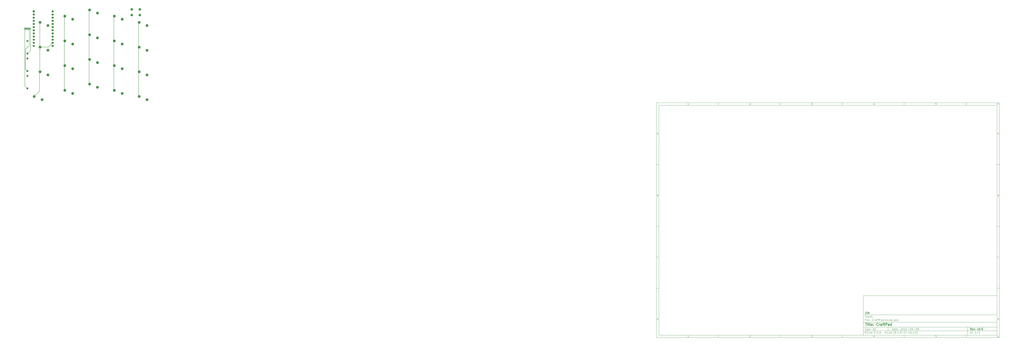
<source format=gbr>
%TF.GenerationSoftware,KiCad,Pcbnew,(5.1.9-0-10_14)*%
%TF.CreationDate,2021-04-06T08:54:49+08:00*%
%TF.ProjectId,CraftPad,43726166-7450-4616-942e-6b696361645f,v0.5*%
%TF.SameCoordinates,Original*%
%TF.FileFunction,Copper,L2,Bot*%
%TF.FilePolarity,Positive*%
%FSLAX46Y46*%
G04 Gerber Fmt 4.6, Leading zero omitted, Abs format (unit mm)*
G04 Created by KiCad (PCBNEW (5.1.9-0-10_14)) date 2021-04-06 08:54:49*
%MOMM*%
%LPD*%
G01*
G04 APERTURE LIST*
%ADD10C,0.100000*%
%ADD11C,0.150000*%
%ADD12C,0.300000*%
%ADD13C,0.400000*%
%TA.AperFunction,ComponentPad*%
%ADD14O,1.600000X1.600000*%
%TD*%
%TA.AperFunction,ComponentPad*%
%ADD15C,1.600000*%
%TD*%
%TA.AperFunction,ComponentPad*%
%ADD16O,1.070000X1.800000*%
%TD*%
%TA.AperFunction,ComponentPad*%
%ADD17R,1.070000X1.800000*%
%TD*%
%TA.AperFunction,ComponentPad*%
%ADD18C,2.000000*%
%TD*%
%TA.AperFunction,ComponentPad*%
%ADD19C,2.200000*%
%TD*%
%TA.AperFunction,ComponentPad*%
%ADD20C,1.752600*%
%TD*%
%TA.AperFunction,ComponentPad*%
%ADD21R,1.752600X1.752600*%
%TD*%
%TA.AperFunction,Conductor*%
%ADD22C,0.250000*%
%TD*%
G04 APERTURE END LIST*
D10*
D11*
X177002200Y-166007200D02*
X177002200Y-198007200D01*
X285002200Y-198007200D01*
X285002200Y-166007200D01*
X177002200Y-166007200D01*
D10*
D11*
X10000000Y-10000000D02*
X10000000Y-200007200D01*
X287002200Y-200007200D01*
X287002200Y-10000000D01*
X10000000Y-10000000D01*
D10*
D11*
X12000000Y-12000000D02*
X12000000Y-198007200D01*
X285002200Y-198007200D01*
X285002200Y-12000000D01*
X12000000Y-12000000D01*
D10*
D11*
X60000000Y-12000000D02*
X60000000Y-10000000D01*
D10*
D11*
X110000000Y-12000000D02*
X110000000Y-10000000D01*
D10*
D11*
X160000000Y-12000000D02*
X160000000Y-10000000D01*
D10*
D11*
X210000000Y-12000000D02*
X210000000Y-10000000D01*
D10*
D11*
X260000000Y-12000000D02*
X260000000Y-10000000D01*
D10*
D11*
X36065476Y-11588095D02*
X35322619Y-11588095D01*
X35694047Y-11588095D02*
X35694047Y-10288095D01*
X35570238Y-10473809D01*
X35446428Y-10597619D01*
X35322619Y-10659523D01*
D10*
D11*
X85322619Y-10411904D02*
X85384523Y-10350000D01*
X85508333Y-10288095D01*
X85817857Y-10288095D01*
X85941666Y-10350000D01*
X86003571Y-10411904D01*
X86065476Y-10535714D01*
X86065476Y-10659523D01*
X86003571Y-10845238D01*
X85260714Y-11588095D01*
X86065476Y-11588095D01*
D10*
D11*
X135260714Y-10288095D02*
X136065476Y-10288095D01*
X135632142Y-10783333D01*
X135817857Y-10783333D01*
X135941666Y-10845238D01*
X136003571Y-10907142D01*
X136065476Y-11030952D01*
X136065476Y-11340476D01*
X136003571Y-11464285D01*
X135941666Y-11526190D01*
X135817857Y-11588095D01*
X135446428Y-11588095D01*
X135322619Y-11526190D01*
X135260714Y-11464285D01*
D10*
D11*
X185941666Y-10721428D02*
X185941666Y-11588095D01*
X185632142Y-10226190D02*
X185322619Y-11154761D01*
X186127380Y-11154761D01*
D10*
D11*
X236003571Y-10288095D02*
X235384523Y-10288095D01*
X235322619Y-10907142D01*
X235384523Y-10845238D01*
X235508333Y-10783333D01*
X235817857Y-10783333D01*
X235941666Y-10845238D01*
X236003571Y-10907142D01*
X236065476Y-11030952D01*
X236065476Y-11340476D01*
X236003571Y-11464285D01*
X235941666Y-11526190D01*
X235817857Y-11588095D01*
X235508333Y-11588095D01*
X235384523Y-11526190D01*
X235322619Y-11464285D01*
D10*
D11*
X285941666Y-10288095D02*
X285694047Y-10288095D01*
X285570238Y-10350000D01*
X285508333Y-10411904D01*
X285384523Y-10597619D01*
X285322619Y-10845238D01*
X285322619Y-11340476D01*
X285384523Y-11464285D01*
X285446428Y-11526190D01*
X285570238Y-11588095D01*
X285817857Y-11588095D01*
X285941666Y-11526190D01*
X286003571Y-11464285D01*
X286065476Y-11340476D01*
X286065476Y-11030952D01*
X286003571Y-10907142D01*
X285941666Y-10845238D01*
X285817857Y-10783333D01*
X285570238Y-10783333D01*
X285446428Y-10845238D01*
X285384523Y-10907142D01*
X285322619Y-11030952D01*
D10*
D11*
X60000000Y-198007200D02*
X60000000Y-200007200D01*
D10*
D11*
X110000000Y-198007200D02*
X110000000Y-200007200D01*
D10*
D11*
X160000000Y-198007200D02*
X160000000Y-200007200D01*
D10*
D11*
X210000000Y-198007200D02*
X210000000Y-200007200D01*
D10*
D11*
X260000000Y-198007200D02*
X260000000Y-200007200D01*
D10*
D11*
X36065476Y-199595295D02*
X35322619Y-199595295D01*
X35694047Y-199595295D02*
X35694047Y-198295295D01*
X35570238Y-198481009D01*
X35446428Y-198604819D01*
X35322619Y-198666723D01*
D10*
D11*
X85322619Y-198419104D02*
X85384523Y-198357200D01*
X85508333Y-198295295D01*
X85817857Y-198295295D01*
X85941666Y-198357200D01*
X86003571Y-198419104D01*
X86065476Y-198542914D01*
X86065476Y-198666723D01*
X86003571Y-198852438D01*
X85260714Y-199595295D01*
X86065476Y-199595295D01*
D10*
D11*
X135260714Y-198295295D02*
X136065476Y-198295295D01*
X135632142Y-198790533D01*
X135817857Y-198790533D01*
X135941666Y-198852438D01*
X136003571Y-198914342D01*
X136065476Y-199038152D01*
X136065476Y-199347676D01*
X136003571Y-199471485D01*
X135941666Y-199533390D01*
X135817857Y-199595295D01*
X135446428Y-199595295D01*
X135322619Y-199533390D01*
X135260714Y-199471485D01*
D10*
D11*
X185941666Y-198728628D02*
X185941666Y-199595295D01*
X185632142Y-198233390D02*
X185322619Y-199161961D01*
X186127380Y-199161961D01*
D10*
D11*
X236003571Y-198295295D02*
X235384523Y-198295295D01*
X235322619Y-198914342D01*
X235384523Y-198852438D01*
X235508333Y-198790533D01*
X235817857Y-198790533D01*
X235941666Y-198852438D01*
X236003571Y-198914342D01*
X236065476Y-199038152D01*
X236065476Y-199347676D01*
X236003571Y-199471485D01*
X235941666Y-199533390D01*
X235817857Y-199595295D01*
X235508333Y-199595295D01*
X235384523Y-199533390D01*
X235322619Y-199471485D01*
D10*
D11*
X285941666Y-198295295D02*
X285694047Y-198295295D01*
X285570238Y-198357200D01*
X285508333Y-198419104D01*
X285384523Y-198604819D01*
X285322619Y-198852438D01*
X285322619Y-199347676D01*
X285384523Y-199471485D01*
X285446428Y-199533390D01*
X285570238Y-199595295D01*
X285817857Y-199595295D01*
X285941666Y-199533390D01*
X286003571Y-199471485D01*
X286065476Y-199347676D01*
X286065476Y-199038152D01*
X286003571Y-198914342D01*
X285941666Y-198852438D01*
X285817857Y-198790533D01*
X285570238Y-198790533D01*
X285446428Y-198852438D01*
X285384523Y-198914342D01*
X285322619Y-199038152D01*
D10*
D11*
X10000000Y-60000000D02*
X12000000Y-60000000D01*
D10*
D11*
X10000000Y-110000000D02*
X12000000Y-110000000D01*
D10*
D11*
X10000000Y-160000000D02*
X12000000Y-160000000D01*
D10*
D11*
X10690476Y-35216666D02*
X11309523Y-35216666D01*
X10566666Y-35588095D02*
X11000000Y-34288095D01*
X11433333Y-35588095D01*
D10*
D11*
X11092857Y-84907142D02*
X11278571Y-84969047D01*
X11340476Y-85030952D01*
X11402380Y-85154761D01*
X11402380Y-85340476D01*
X11340476Y-85464285D01*
X11278571Y-85526190D01*
X11154761Y-85588095D01*
X10659523Y-85588095D01*
X10659523Y-84288095D01*
X11092857Y-84288095D01*
X11216666Y-84350000D01*
X11278571Y-84411904D01*
X11340476Y-84535714D01*
X11340476Y-84659523D01*
X11278571Y-84783333D01*
X11216666Y-84845238D01*
X11092857Y-84907142D01*
X10659523Y-84907142D01*
D10*
D11*
X11402380Y-135464285D02*
X11340476Y-135526190D01*
X11154761Y-135588095D01*
X11030952Y-135588095D01*
X10845238Y-135526190D01*
X10721428Y-135402380D01*
X10659523Y-135278571D01*
X10597619Y-135030952D01*
X10597619Y-134845238D01*
X10659523Y-134597619D01*
X10721428Y-134473809D01*
X10845238Y-134350000D01*
X11030952Y-134288095D01*
X11154761Y-134288095D01*
X11340476Y-134350000D01*
X11402380Y-134411904D01*
D10*
D11*
X10659523Y-185588095D02*
X10659523Y-184288095D01*
X10969047Y-184288095D01*
X11154761Y-184350000D01*
X11278571Y-184473809D01*
X11340476Y-184597619D01*
X11402380Y-184845238D01*
X11402380Y-185030952D01*
X11340476Y-185278571D01*
X11278571Y-185402380D01*
X11154761Y-185526190D01*
X10969047Y-185588095D01*
X10659523Y-185588095D01*
D10*
D11*
X287002200Y-60000000D02*
X285002200Y-60000000D01*
D10*
D11*
X287002200Y-110000000D02*
X285002200Y-110000000D01*
D10*
D11*
X287002200Y-160000000D02*
X285002200Y-160000000D01*
D10*
D11*
X285692676Y-35216666D02*
X286311723Y-35216666D01*
X285568866Y-35588095D02*
X286002200Y-34288095D01*
X286435533Y-35588095D01*
D10*
D11*
X286095057Y-84907142D02*
X286280771Y-84969047D01*
X286342676Y-85030952D01*
X286404580Y-85154761D01*
X286404580Y-85340476D01*
X286342676Y-85464285D01*
X286280771Y-85526190D01*
X286156961Y-85588095D01*
X285661723Y-85588095D01*
X285661723Y-84288095D01*
X286095057Y-84288095D01*
X286218866Y-84350000D01*
X286280771Y-84411904D01*
X286342676Y-84535714D01*
X286342676Y-84659523D01*
X286280771Y-84783333D01*
X286218866Y-84845238D01*
X286095057Y-84907142D01*
X285661723Y-84907142D01*
D10*
D11*
X286404580Y-135464285D02*
X286342676Y-135526190D01*
X286156961Y-135588095D01*
X286033152Y-135588095D01*
X285847438Y-135526190D01*
X285723628Y-135402380D01*
X285661723Y-135278571D01*
X285599819Y-135030952D01*
X285599819Y-134845238D01*
X285661723Y-134597619D01*
X285723628Y-134473809D01*
X285847438Y-134350000D01*
X286033152Y-134288095D01*
X286156961Y-134288095D01*
X286342676Y-134350000D01*
X286404580Y-134411904D01*
D10*
D11*
X285661723Y-185588095D02*
X285661723Y-184288095D01*
X285971247Y-184288095D01*
X286156961Y-184350000D01*
X286280771Y-184473809D01*
X286342676Y-184597619D01*
X286404580Y-184845238D01*
X286404580Y-185030952D01*
X286342676Y-185278571D01*
X286280771Y-185402380D01*
X286156961Y-185526190D01*
X285971247Y-185588095D01*
X285661723Y-185588095D01*
D10*
D11*
X200434342Y-193785771D02*
X200434342Y-192285771D01*
X200791485Y-192285771D01*
X201005771Y-192357200D01*
X201148628Y-192500057D01*
X201220057Y-192642914D01*
X201291485Y-192928628D01*
X201291485Y-193142914D01*
X201220057Y-193428628D01*
X201148628Y-193571485D01*
X201005771Y-193714342D01*
X200791485Y-193785771D01*
X200434342Y-193785771D01*
X202577200Y-193785771D02*
X202577200Y-193000057D01*
X202505771Y-192857200D01*
X202362914Y-192785771D01*
X202077200Y-192785771D01*
X201934342Y-192857200D01*
X202577200Y-193714342D02*
X202434342Y-193785771D01*
X202077200Y-193785771D01*
X201934342Y-193714342D01*
X201862914Y-193571485D01*
X201862914Y-193428628D01*
X201934342Y-193285771D01*
X202077200Y-193214342D01*
X202434342Y-193214342D01*
X202577200Y-193142914D01*
X203077200Y-192785771D02*
X203648628Y-192785771D01*
X203291485Y-192285771D02*
X203291485Y-193571485D01*
X203362914Y-193714342D01*
X203505771Y-193785771D01*
X203648628Y-193785771D01*
X204720057Y-193714342D02*
X204577200Y-193785771D01*
X204291485Y-193785771D01*
X204148628Y-193714342D01*
X204077200Y-193571485D01*
X204077200Y-193000057D01*
X204148628Y-192857200D01*
X204291485Y-192785771D01*
X204577200Y-192785771D01*
X204720057Y-192857200D01*
X204791485Y-193000057D01*
X204791485Y-193142914D01*
X204077200Y-193285771D01*
X205434342Y-193642914D02*
X205505771Y-193714342D01*
X205434342Y-193785771D01*
X205362914Y-193714342D01*
X205434342Y-193642914D01*
X205434342Y-193785771D01*
X205434342Y-192857200D02*
X205505771Y-192928628D01*
X205434342Y-193000057D01*
X205362914Y-192928628D01*
X205434342Y-192857200D01*
X205434342Y-193000057D01*
X207220057Y-192428628D02*
X207291485Y-192357200D01*
X207434342Y-192285771D01*
X207791485Y-192285771D01*
X207934342Y-192357200D01*
X208005771Y-192428628D01*
X208077200Y-192571485D01*
X208077200Y-192714342D01*
X208005771Y-192928628D01*
X207148628Y-193785771D01*
X208077200Y-193785771D01*
X209005771Y-192285771D02*
X209148628Y-192285771D01*
X209291485Y-192357200D01*
X209362914Y-192428628D01*
X209434342Y-192571485D01*
X209505771Y-192857200D01*
X209505771Y-193214342D01*
X209434342Y-193500057D01*
X209362914Y-193642914D01*
X209291485Y-193714342D01*
X209148628Y-193785771D01*
X209005771Y-193785771D01*
X208862914Y-193714342D01*
X208791485Y-193642914D01*
X208720057Y-193500057D01*
X208648628Y-193214342D01*
X208648628Y-192857200D01*
X208720057Y-192571485D01*
X208791485Y-192428628D01*
X208862914Y-192357200D01*
X209005771Y-192285771D01*
X210077200Y-192428628D02*
X210148628Y-192357200D01*
X210291485Y-192285771D01*
X210648628Y-192285771D01*
X210791485Y-192357200D01*
X210862914Y-192428628D01*
X210934342Y-192571485D01*
X210934342Y-192714342D01*
X210862914Y-192928628D01*
X210005771Y-193785771D01*
X210934342Y-193785771D01*
X212362914Y-193785771D02*
X211505771Y-193785771D01*
X211934342Y-193785771D02*
X211934342Y-192285771D01*
X211791485Y-192500057D01*
X211648628Y-192642914D01*
X211505771Y-192714342D01*
X213005771Y-193214342D02*
X214148628Y-193214342D01*
X215148628Y-192285771D02*
X215291485Y-192285771D01*
X215434342Y-192357200D01*
X215505771Y-192428628D01*
X215577200Y-192571485D01*
X215648628Y-192857200D01*
X215648628Y-193214342D01*
X215577200Y-193500057D01*
X215505771Y-193642914D01*
X215434342Y-193714342D01*
X215291485Y-193785771D01*
X215148628Y-193785771D01*
X215005771Y-193714342D01*
X214934342Y-193642914D01*
X214862914Y-193500057D01*
X214791485Y-193214342D01*
X214791485Y-192857200D01*
X214862914Y-192571485D01*
X214934342Y-192428628D01*
X215005771Y-192357200D01*
X215148628Y-192285771D01*
X216934342Y-192785771D02*
X216934342Y-193785771D01*
X216577200Y-192214342D02*
X216220057Y-193285771D01*
X217148628Y-193285771D01*
X217720057Y-193214342D02*
X218862914Y-193214342D01*
X219862914Y-192285771D02*
X220005771Y-192285771D01*
X220148628Y-192357200D01*
X220220057Y-192428628D01*
X220291485Y-192571485D01*
X220362914Y-192857200D01*
X220362914Y-193214342D01*
X220291485Y-193500057D01*
X220220057Y-193642914D01*
X220148628Y-193714342D01*
X220005771Y-193785771D01*
X219862914Y-193785771D01*
X219720057Y-193714342D01*
X219648628Y-193642914D01*
X219577200Y-193500057D01*
X219505771Y-193214342D01*
X219505771Y-192857200D01*
X219577200Y-192571485D01*
X219648628Y-192428628D01*
X219720057Y-192357200D01*
X219862914Y-192285771D01*
X221648628Y-192285771D02*
X221362914Y-192285771D01*
X221220057Y-192357200D01*
X221148628Y-192428628D01*
X221005771Y-192642914D01*
X220934342Y-192928628D01*
X220934342Y-193500057D01*
X221005771Y-193642914D01*
X221077200Y-193714342D01*
X221220057Y-193785771D01*
X221505771Y-193785771D01*
X221648628Y-193714342D01*
X221720057Y-193642914D01*
X221791485Y-193500057D01*
X221791485Y-193142914D01*
X221720057Y-193000057D01*
X221648628Y-192928628D01*
X221505771Y-192857200D01*
X221220057Y-192857200D01*
X221077200Y-192928628D01*
X221005771Y-193000057D01*
X220934342Y-193142914D01*
D10*
D11*
X177002200Y-194507200D02*
X285002200Y-194507200D01*
D10*
D11*
X178434342Y-196585771D02*
X178434342Y-195085771D01*
X179291485Y-196585771D02*
X178648628Y-195728628D01*
X179291485Y-195085771D02*
X178434342Y-195942914D01*
X179934342Y-196585771D02*
X179934342Y-195585771D01*
X179934342Y-195085771D02*
X179862914Y-195157200D01*
X179934342Y-195228628D01*
X180005771Y-195157200D01*
X179934342Y-195085771D01*
X179934342Y-195228628D01*
X181505771Y-196442914D02*
X181434342Y-196514342D01*
X181220057Y-196585771D01*
X181077200Y-196585771D01*
X180862914Y-196514342D01*
X180720057Y-196371485D01*
X180648628Y-196228628D01*
X180577200Y-195942914D01*
X180577200Y-195728628D01*
X180648628Y-195442914D01*
X180720057Y-195300057D01*
X180862914Y-195157200D01*
X181077200Y-195085771D01*
X181220057Y-195085771D01*
X181434342Y-195157200D01*
X181505771Y-195228628D01*
X182791485Y-196585771D02*
X182791485Y-195800057D01*
X182720057Y-195657200D01*
X182577200Y-195585771D01*
X182291485Y-195585771D01*
X182148628Y-195657200D01*
X182791485Y-196514342D02*
X182648628Y-196585771D01*
X182291485Y-196585771D01*
X182148628Y-196514342D01*
X182077200Y-196371485D01*
X182077200Y-196228628D01*
X182148628Y-196085771D01*
X182291485Y-196014342D01*
X182648628Y-196014342D01*
X182791485Y-195942914D01*
X184148628Y-196585771D02*
X184148628Y-195085771D01*
X184148628Y-196514342D02*
X184005771Y-196585771D01*
X183720057Y-196585771D01*
X183577200Y-196514342D01*
X183505771Y-196442914D01*
X183434342Y-196300057D01*
X183434342Y-195871485D01*
X183505771Y-195728628D01*
X183577200Y-195657200D01*
X183720057Y-195585771D01*
X184005771Y-195585771D01*
X184148628Y-195657200D01*
X186005771Y-195800057D02*
X186505771Y-195800057D01*
X186720057Y-196585771D02*
X186005771Y-196585771D01*
X186005771Y-195085771D01*
X186720057Y-195085771D01*
X187362914Y-196442914D02*
X187434342Y-196514342D01*
X187362914Y-196585771D01*
X187291485Y-196514342D01*
X187362914Y-196442914D01*
X187362914Y-196585771D01*
X188077200Y-196585771D02*
X188077200Y-195085771D01*
X188434342Y-195085771D01*
X188648628Y-195157200D01*
X188791485Y-195300057D01*
X188862914Y-195442914D01*
X188934342Y-195728628D01*
X188934342Y-195942914D01*
X188862914Y-196228628D01*
X188791485Y-196371485D01*
X188648628Y-196514342D01*
X188434342Y-196585771D01*
X188077200Y-196585771D01*
X189577200Y-196442914D02*
X189648628Y-196514342D01*
X189577200Y-196585771D01*
X189505771Y-196514342D01*
X189577200Y-196442914D01*
X189577200Y-196585771D01*
X190220057Y-196157200D02*
X190934342Y-196157200D01*
X190077200Y-196585771D02*
X190577200Y-195085771D01*
X191077200Y-196585771D01*
X191577200Y-196442914D02*
X191648628Y-196514342D01*
X191577200Y-196585771D01*
X191505771Y-196514342D01*
X191577200Y-196442914D01*
X191577200Y-196585771D01*
X194577200Y-196585771D02*
X194577200Y-195085771D01*
X194720057Y-196014342D02*
X195148628Y-196585771D01*
X195148628Y-195585771D02*
X194577200Y-196157200D01*
X195791485Y-196585771D02*
X195791485Y-195585771D01*
X195791485Y-195085771D02*
X195720057Y-195157200D01*
X195791485Y-195228628D01*
X195862914Y-195157200D01*
X195791485Y-195085771D01*
X195791485Y-195228628D01*
X197148628Y-196514342D02*
X197005771Y-196585771D01*
X196720057Y-196585771D01*
X196577200Y-196514342D01*
X196505771Y-196442914D01*
X196434342Y-196300057D01*
X196434342Y-195871485D01*
X196505771Y-195728628D01*
X196577200Y-195657200D01*
X196720057Y-195585771D01*
X197005771Y-195585771D01*
X197148628Y-195657200D01*
X198434342Y-196585771D02*
X198434342Y-195800057D01*
X198362914Y-195657200D01*
X198220057Y-195585771D01*
X197934342Y-195585771D01*
X197791485Y-195657200D01*
X198434342Y-196514342D02*
X198291485Y-196585771D01*
X197934342Y-196585771D01*
X197791485Y-196514342D01*
X197720057Y-196371485D01*
X197720057Y-196228628D01*
X197791485Y-196085771D01*
X197934342Y-196014342D01*
X198291485Y-196014342D01*
X198434342Y-195942914D01*
X199791485Y-196585771D02*
X199791485Y-195085771D01*
X199791485Y-196514342D02*
X199648628Y-196585771D01*
X199362914Y-196585771D01*
X199220057Y-196514342D01*
X199148628Y-196442914D01*
X199077200Y-196300057D01*
X199077200Y-195871485D01*
X199148628Y-195728628D01*
X199220057Y-195657200D01*
X199362914Y-195585771D01*
X199648628Y-195585771D01*
X199791485Y-195657200D01*
X202077200Y-197157200D02*
X202005771Y-197085771D01*
X201862914Y-196871485D01*
X201791485Y-196728628D01*
X201720057Y-196514342D01*
X201648628Y-196157200D01*
X201648628Y-195871485D01*
X201720057Y-195514342D01*
X201791485Y-195300057D01*
X201862914Y-195157200D01*
X202005771Y-194942914D01*
X202077200Y-194871485D01*
X203362914Y-195085771D02*
X202648628Y-195085771D01*
X202577200Y-195800057D01*
X202648628Y-195728628D01*
X202791485Y-195657200D01*
X203148628Y-195657200D01*
X203291485Y-195728628D01*
X203362914Y-195800057D01*
X203434342Y-195942914D01*
X203434342Y-196300057D01*
X203362914Y-196442914D01*
X203291485Y-196514342D01*
X203148628Y-196585771D01*
X202791485Y-196585771D01*
X202648628Y-196514342D01*
X202577200Y-196442914D01*
X204077200Y-196442914D02*
X204148628Y-196514342D01*
X204077200Y-196585771D01*
X204005771Y-196514342D01*
X204077200Y-196442914D01*
X204077200Y-196585771D01*
X205577200Y-196585771D02*
X204720057Y-196585771D01*
X205148628Y-196585771D02*
X205148628Y-195085771D01*
X205005771Y-195300057D01*
X204862914Y-195442914D01*
X204720057Y-195514342D01*
X206220057Y-196442914D02*
X206291485Y-196514342D01*
X206220057Y-196585771D01*
X206148628Y-196514342D01*
X206220057Y-196442914D01*
X206220057Y-196585771D01*
X207005771Y-196585771D02*
X207291485Y-196585771D01*
X207434342Y-196514342D01*
X207505771Y-196442914D01*
X207648628Y-196228628D01*
X207720057Y-195942914D01*
X207720057Y-195371485D01*
X207648628Y-195228628D01*
X207577200Y-195157200D01*
X207434342Y-195085771D01*
X207148628Y-195085771D01*
X207005771Y-195157200D01*
X206934342Y-195228628D01*
X206862914Y-195371485D01*
X206862914Y-195728628D01*
X206934342Y-195871485D01*
X207005771Y-195942914D01*
X207148628Y-196014342D01*
X207434342Y-196014342D01*
X207577200Y-195942914D01*
X207648628Y-195871485D01*
X207720057Y-195728628D01*
X208362914Y-196014342D02*
X209505771Y-196014342D01*
X210505771Y-195085771D02*
X210648628Y-195085771D01*
X210791485Y-195157200D01*
X210862914Y-195228628D01*
X210934342Y-195371485D01*
X211005771Y-195657200D01*
X211005771Y-196014342D01*
X210934342Y-196300057D01*
X210862914Y-196442914D01*
X210791485Y-196514342D01*
X210648628Y-196585771D01*
X210505771Y-196585771D01*
X210362914Y-196514342D01*
X210291485Y-196442914D01*
X210220057Y-196300057D01*
X210148628Y-196014342D01*
X210148628Y-195657200D01*
X210220057Y-195371485D01*
X210291485Y-195228628D01*
X210362914Y-195157200D01*
X210505771Y-195085771D01*
X211648628Y-196014342D02*
X212791485Y-196014342D01*
X214291485Y-196585771D02*
X213434342Y-196585771D01*
X213862914Y-196585771D02*
X213862914Y-195085771D01*
X213720057Y-195300057D01*
X213577200Y-195442914D01*
X213434342Y-195514342D01*
X215220057Y-195085771D02*
X215362914Y-195085771D01*
X215505771Y-195157200D01*
X215577200Y-195228628D01*
X215648628Y-195371485D01*
X215720057Y-195657200D01*
X215720057Y-196014342D01*
X215648628Y-196300057D01*
X215577200Y-196442914D01*
X215505771Y-196514342D01*
X215362914Y-196585771D01*
X215220057Y-196585771D01*
X215077200Y-196514342D01*
X215005771Y-196442914D01*
X214934342Y-196300057D01*
X214862914Y-196014342D01*
X214862914Y-195657200D01*
X214934342Y-195371485D01*
X215005771Y-195228628D01*
X215077200Y-195157200D01*
X215220057Y-195085771D01*
X216005771Y-196728628D02*
X217148628Y-196728628D01*
X218291485Y-196585771D02*
X217434342Y-196585771D01*
X217862914Y-196585771D02*
X217862914Y-195085771D01*
X217720057Y-195300057D01*
X217577200Y-195442914D01*
X217434342Y-195514342D01*
X219577200Y-195585771D02*
X219577200Y-196585771D01*
X219220057Y-195014342D02*
X218862914Y-196085771D01*
X219791485Y-196085771D01*
X220220057Y-197157200D02*
X220291485Y-197085771D01*
X220434342Y-196871485D01*
X220505771Y-196728628D01*
X220577200Y-196514342D01*
X220648628Y-196157200D01*
X220648628Y-195871485D01*
X220577200Y-195514342D01*
X220505771Y-195300057D01*
X220434342Y-195157200D01*
X220291485Y-194942914D01*
X220220057Y-194871485D01*
D10*
D11*
X177002200Y-191507200D02*
X285002200Y-191507200D01*
D10*
D12*
X264411485Y-193785771D02*
X263911485Y-193071485D01*
X263554342Y-193785771D02*
X263554342Y-192285771D01*
X264125771Y-192285771D01*
X264268628Y-192357200D01*
X264340057Y-192428628D01*
X264411485Y-192571485D01*
X264411485Y-192785771D01*
X264340057Y-192928628D01*
X264268628Y-193000057D01*
X264125771Y-193071485D01*
X263554342Y-193071485D01*
X265625771Y-193714342D02*
X265482914Y-193785771D01*
X265197200Y-193785771D01*
X265054342Y-193714342D01*
X264982914Y-193571485D01*
X264982914Y-193000057D01*
X265054342Y-192857200D01*
X265197200Y-192785771D01*
X265482914Y-192785771D01*
X265625771Y-192857200D01*
X265697200Y-193000057D01*
X265697200Y-193142914D01*
X264982914Y-193285771D01*
X266197200Y-192785771D02*
X266554342Y-193785771D01*
X266911485Y-192785771D01*
X267482914Y-193642914D02*
X267554342Y-193714342D01*
X267482914Y-193785771D01*
X267411485Y-193714342D01*
X267482914Y-193642914D01*
X267482914Y-193785771D01*
X267482914Y-192857200D02*
X267554342Y-192928628D01*
X267482914Y-193000057D01*
X267411485Y-192928628D01*
X267482914Y-192857200D01*
X267482914Y-193000057D01*
X269197200Y-192785771D02*
X269554342Y-193785771D01*
X269911485Y-192785771D01*
X270768628Y-192285771D02*
X270911485Y-192285771D01*
X271054342Y-192357200D01*
X271125771Y-192428628D01*
X271197200Y-192571485D01*
X271268628Y-192857200D01*
X271268628Y-193214342D01*
X271197200Y-193500057D01*
X271125771Y-193642914D01*
X271054342Y-193714342D01*
X270911485Y-193785771D01*
X270768628Y-193785771D01*
X270625771Y-193714342D01*
X270554342Y-193642914D01*
X270482914Y-193500057D01*
X270411485Y-193214342D01*
X270411485Y-192857200D01*
X270482914Y-192571485D01*
X270554342Y-192428628D01*
X270625771Y-192357200D01*
X270768628Y-192285771D01*
X271911485Y-193642914D02*
X271982914Y-193714342D01*
X271911485Y-193785771D01*
X271840057Y-193714342D01*
X271911485Y-193642914D01*
X271911485Y-193785771D01*
X273340057Y-192285771D02*
X272625771Y-192285771D01*
X272554342Y-193000057D01*
X272625771Y-192928628D01*
X272768628Y-192857200D01*
X273125771Y-192857200D01*
X273268628Y-192928628D01*
X273340057Y-193000057D01*
X273411485Y-193142914D01*
X273411485Y-193500057D01*
X273340057Y-193642914D01*
X273268628Y-193714342D01*
X273125771Y-193785771D01*
X272768628Y-193785771D01*
X272625771Y-193714342D01*
X272554342Y-193642914D01*
D10*
D11*
X178362914Y-193714342D02*
X178577200Y-193785771D01*
X178934342Y-193785771D01*
X179077200Y-193714342D01*
X179148628Y-193642914D01*
X179220057Y-193500057D01*
X179220057Y-193357200D01*
X179148628Y-193214342D01*
X179077200Y-193142914D01*
X178934342Y-193071485D01*
X178648628Y-193000057D01*
X178505771Y-192928628D01*
X178434342Y-192857200D01*
X178362914Y-192714342D01*
X178362914Y-192571485D01*
X178434342Y-192428628D01*
X178505771Y-192357200D01*
X178648628Y-192285771D01*
X179005771Y-192285771D01*
X179220057Y-192357200D01*
X179862914Y-193785771D02*
X179862914Y-192785771D01*
X179862914Y-192285771D02*
X179791485Y-192357200D01*
X179862914Y-192428628D01*
X179934342Y-192357200D01*
X179862914Y-192285771D01*
X179862914Y-192428628D01*
X180434342Y-192785771D02*
X181220057Y-192785771D01*
X180434342Y-193785771D01*
X181220057Y-193785771D01*
X182362914Y-193714342D02*
X182220057Y-193785771D01*
X181934342Y-193785771D01*
X181791485Y-193714342D01*
X181720057Y-193571485D01*
X181720057Y-193000057D01*
X181791485Y-192857200D01*
X181934342Y-192785771D01*
X182220057Y-192785771D01*
X182362914Y-192857200D01*
X182434342Y-193000057D01*
X182434342Y-193142914D01*
X181720057Y-193285771D01*
X183077200Y-193642914D02*
X183148628Y-193714342D01*
X183077200Y-193785771D01*
X183005771Y-193714342D01*
X183077200Y-193642914D01*
X183077200Y-193785771D01*
X183077200Y-192857200D02*
X183148628Y-192928628D01*
X183077200Y-193000057D01*
X183005771Y-192928628D01*
X183077200Y-192857200D01*
X183077200Y-193000057D01*
X184862914Y-193357200D02*
X185577200Y-193357200D01*
X184720057Y-193785771D02*
X185220057Y-192285771D01*
X185720057Y-193785771D01*
X186862914Y-192785771D02*
X186862914Y-193785771D01*
X186505771Y-192214342D02*
X186148628Y-193285771D01*
X187077200Y-193285771D01*
D10*
D11*
X263434342Y-196585771D02*
X263434342Y-195085771D01*
X264791485Y-196585771D02*
X264791485Y-195085771D01*
X264791485Y-196514342D02*
X264648628Y-196585771D01*
X264362914Y-196585771D01*
X264220057Y-196514342D01*
X264148628Y-196442914D01*
X264077200Y-196300057D01*
X264077200Y-195871485D01*
X264148628Y-195728628D01*
X264220057Y-195657200D01*
X264362914Y-195585771D01*
X264648628Y-195585771D01*
X264791485Y-195657200D01*
X265505771Y-196442914D02*
X265577200Y-196514342D01*
X265505771Y-196585771D01*
X265434342Y-196514342D01*
X265505771Y-196442914D01*
X265505771Y-196585771D01*
X265505771Y-195657200D02*
X265577200Y-195728628D01*
X265505771Y-195800057D01*
X265434342Y-195728628D01*
X265505771Y-195657200D01*
X265505771Y-195800057D01*
X268148628Y-196585771D02*
X267291485Y-196585771D01*
X267720057Y-196585771D02*
X267720057Y-195085771D01*
X267577200Y-195300057D01*
X267434342Y-195442914D01*
X267291485Y-195514342D01*
X269862914Y-195014342D02*
X268577200Y-196942914D01*
X271148628Y-196585771D02*
X270291485Y-196585771D01*
X270720057Y-196585771D02*
X270720057Y-195085771D01*
X270577200Y-195300057D01*
X270434342Y-195442914D01*
X270291485Y-195514342D01*
D10*
D11*
X177002200Y-187507200D02*
X285002200Y-187507200D01*
D10*
D13*
X178714580Y-188211961D02*
X179857438Y-188211961D01*
X179036009Y-190211961D02*
X179286009Y-188211961D01*
X180274104Y-190211961D02*
X180440771Y-188878628D01*
X180524104Y-188211961D02*
X180416961Y-188307200D01*
X180500295Y-188402438D01*
X180607438Y-188307200D01*
X180524104Y-188211961D01*
X180500295Y-188402438D01*
X181107438Y-188878628D02*
X181869342Y-188878628D01*
X181476485Y-188211961D02*
X181262200Y-189926247D01*
X181333628Y-190116723D01*
X181512200Y-190211961D01*
X181702676Y-190211961D01*
X182655057Y-190211961D02*
X182476485Y-190116723D01*
X182405057Y-189926247D01*
X182619342Y-188211961D01*
X184190771Y-190116723D02*
X183988390Y-190211961D01*
X183607438Y-190211961D01*
X183428866Y-190116723D01*
X183357438Y-189926247D01*
X183452676Y-189164342D01*
X183571723Y-188973866D01*
X183774104Y-188878628D01*
X184155057Y-188878628D01*
X184333628Y-188973866D01*
X184405057Y-189164342D01*
X184381247Y-189354819D01*
X183405057Y-189545295D01*
X185155057Y-190021485D02*
X185238390Y-190116723D01*
X185131247Y-190211961D01*
X185047914Y-190116723D01*
X185155057Y-190021485D01*
X185131247Y-190211961D01*
X185286009Y-188973866D02*
X185369342Y-189069104D01*
X185262200Y-189164342D01*
X185178866Y-189069104D01*
X185286009Y-188973866D01*
X185262200Y-189164342D01*
X188774104Y-190021485D02*
X188666961Y-190116723D01*
X188369342Y-190211961D01*
X188178866Y-190211961D01*
X187905057Y-190116723D01*
X187738390Y-189926247D01*
X187666961Y-189735771D01*
X187619342Y-189354819D01*
X187655057Y-189069104D01*
X187797914Y-188688152D01*
X187916961Y-188497676D01*
X188131247Y-188307200D01*
X188428866Y-188211961D01*
X188619342Y-188211961D01*
X188893152Y-188307200D01*
X188976485Y-188402438D01*
X189607438Y-190211961D02*
X189774104Y-188878628D01*
X189726485Y-189259580D02*
X189845533Y-189069104D01*
X189952676Y-188973866D01*
X190155057Y-188878628D01*
X190345533Y-188878628D01*
X191702676Y-190211961D02*
X191833628Y-189164342D01*
X191762200Y-188973866D01*
X191583628Y-188878628D01*
X191202676Y-188878628D01*
X191000295Y-188973866D01*
X191714580Y-190116723D02*
X191512200Y-190211961D01*
X191036009Y-190211961D01*
X190857438Y-190116723D01*
X190786009Y-189926247D01*
X190809819Y-189735771D01*
X190928866Y-189545295D01*
X191131247Y-189450057D01*
X191607438Y-189450057D01*
X191809819Y-189354819D01*
X192536009Y-188878628D02*
X193297914Y-188878628D01*
X192655057Y-190211961D02*
X192869342Y-188497676D01*
X192988390Y-188307200D01*
X193190771Y-188211961D01*
X193381247Y-188211961D01*
X193678866Y-188878628D02*
X194440771Y-188878628D01*
X194047914Y-188211961D02*
X193833628Y-189926247D01*
X193905057Y-190116723D01*
X194083628Y-190211961D01*
X194274104Y-190211961D01*
X194940771Y-190211961D02*
X195190771Y-188211961D01*
X195952676Y-188211961D01*
X196131247Y-188307200D01*
X196214580Y-188402438D01*
X196286009Y-188592914D01*
X196250295Y-188878628D01*
X196131247Y-189069104D01*
X196024104Y-189164342D01*
X195821723Y-189259580D01*
X195059819Y-189259580D01*
X197797914Y-190211961D02*
X197928866Y-189164342D01*
X197857438Y-188973866D01*
X197678866Y-188878628D01*
X197297914Y-188878628D01*
X197095533Y-188973866D01*
X197809819Y-190116723D02*
X197607438Y-190211961D01*
X197131247Y-190211961D01*
X196952676Y-190116723D01*
X196881247Y-189926247D01*
X196905057Y-189735771D01*
X197024104Y-189545295D01*
X197226485Y-189450057D01*
X197702676Y-189450057D01*
X197905057Y-189354819D01*
X199607438Y-190211961D02*
X199857438Y-188211961D01*
X199619342Y-190116723D02*
X199416961Y-190211961D01*
X199036009Y-190211961D01*
X198857438Y-190116723D01*
X198774104Y-190021485D01*
X198702676Y-189831009D01*
X198774104Y-189259580D01*
X198893152Y-189069104D01*
X199000295Y-188973866D01*
X199202676Y-188878628D01*
X199583628Y-188878628D01*
X199762200Y-188973866D01*
D10*
D11*
X178934342Y-185600057D02*
X178434342Y-185600057D01*
X178434342Y-186385771D02*
X178434342Y-184885771D01*
X179148628Y-184885771D01*
X179720057Y-186385771D02*
X179720057Y-185385771D01*
X179720057Y-184885771D02*
X179648628Y-184957200D01*
X179720057Y-185028628D01*
X179791485Y-184957200D01*
X179720057Y-184885771D01*
X179720057Y-185028628D01*
X180648628Y-186385771D02*
X180505771Y-186314342D01*
X180434342Y-186171485D01*
X180434342Y-184885771D01*
X181791485Y-186314342D02*
X181648628Y-186385771D01*
X181362914Y-186385771D01*
X181220057Y-186314342D01*
X181148628Y-186171485D01*
X181148628Y-185600057D01*
X181220057Y-185457200D01*
X181362914Y-185385771D01*
X181648628Y-185385771D01*
X181791485Y-185457200D01*
X181862914Y-185600057D01*
X181862914Y-185742914D01*
X181148628Y-185885771D01*
X182505771Y-186242914D02*
X182577200Y-186314342D01*
X182505771Y-186385771D01*
X182434342Y-186314342D01*
X182505771Y-186242914D01*
X182505771Y-186385771D01*
X182505771Y-185457200D02*
X182577200Y-185528628D01*
X182505771Y-185600057D01*
X182434342Y-185528628D01*
X182505771Y-185457200D01*
X182505771Y-185600057D01*
X185220057Y-186242914D02*
X185148628Y-186314342D01*
X184934342Y-186385771D01*
X184791485Y-186385771D01*
X184577200Y-186314342D01*
X184434342Y-186171485D01*
X184362914Y-186028628D01*
X184291485Y-185742914D01*
X184291485Y-185528628D01*
X184362914Y-185242914D01*
X184434342Y-185100057D01*
X184577200Y-184957200D01*
X184791485Y-184885771D01*
X184934342Y-184885771D01*
X185148628Y-184957200D01*
X185220057Y-185028628D01*
X185862914Y-186385771D02*
X185862914Y-185385771D01*
X185862914Y-185671485D02*
X185934342Y-185528628D01*
X186005771Y-185457200D01*
X186148628Y-185385771D01*
X186291485Y-185385771D01*
X187434342Y-186385771D02*
X187434342Y-185600057D01*
X187362914Y-185457200D01*
X187220057Y-185385771D01*
X186934342Y-185385771D01*
X186791485Y-185457200D01*
X187434342Y-186314342D02*
X187291485Y-186385771D01*
X186934342Y-186385771D01*
X186791485Y-186314342D01*
X186720057Y-186171485D01*
X186720057Y-186028628D01*
X186791485Y-185885771D01*
X186934342Y-185814342D01*
X187291485Y-185814342D01*
X187434342Y-185742914D01*
X187934342Y-185385771D02*
X188505771Y-185385771D01*
X188148628Y-186385771D02*
X188148628Y-185100057D01*
X188220057Y-184957200D01*
X188362914Y-184885771D01*
X188505771Y-184885771D01*
X188791485Y-185385771D02*
X189362914Y-185385771D01*
X189005771Y-184885771D02*
X189005771Y-186171485D01*
X189077200Y-186314342D01*
X189220057Y-186385771D01*
X189362914Y-186385771D01*
X189862914Y-186385771D02*
X189862914Y-184885771D01*
X190434342Y-184885771D01*
X190577200Y-184957200D01*
X190648628Y-185028628D01*
X190720057Y-185171485D01*
X190720057Y-185385771D01*
X190648628Y-185528628D01*
X190577200Y-185600057D01*
X190434342Y-185671485D01*
X189862914Y-185671485D01*
X192005771Y-186385771D02*
X192005771Y-185600057D01*
X191934342Y-185457200D01*
X191791485Y-185385771D01*
X191505771Y-185385771D01*
X191362914Y-185457200D01*
X192005771Y-186314342D02*
X191862914Y-186385771D01*
X191505771Y-186385771D01*
X191362914Y-186314342D01*
X191291485Y-186171485D01*
X191291485Y-186028628D01*
X191362914Y-185885771D01*
X191505771Y-185814342D01*
X191862914Y-185814342D01*
X192005771Y-185742914D01*
X193362914Y-186385771D02*
X193362914Y-184885771D01*
X193362914Y-186314342D02*
X193220057Y-186385771D01*
X192934342Y-186385771D01*
X192791485Y-186314342D01*
X192720057Y-186242914D01*
X192648628Y-186100057D01*
X192648628Y-185671485D01*
X192720057Y-185528628D01*
X192791485Y-185457200D01*
X192934342Y-185385771D01*
X193220057Y-185385771D01*
X193362914Y-185457200D01*
X194077200Y-186242914D02*
X194148628Y-186314342D01*
X194077200Y-186385771D01*
X194005771Y-186314342D01*
X194077200Y-186242914D01*
X194077200Y-186385771D01*
X194791485Y-186385771D02*
X194791485Y-184885771D01*
X194934342Y-185814342D02*
X195362914Y-186385771D01*
X195362914Y-185385771D02*
X194791485Y-185957200D01*
X196005771Y-186385771D02*
X196005771Y-185385771D01*
X196005771Y-184885771D02*
X195934342Y-184957200D01*
X196005771Y-185028628D01*
X196077200Y-184957200D01*
X196005771Y-184885771D01*
X196005771Y-185028628D01*
X197362914Y-186314342D02*
X197220057Y-186385771D01*
X196934342Y-186385771D01*
X196791485Y-186314342D01*
X196720057Y-186242914D01*
X196648628Y-186100057D01*
X196648628Y-185671485D01*
X196720057Y-185528628D01*
X196791485Y-185457200D01*
X196934342Y-185385771D01*
X197220057Y-185385771D01*
X197362914Y-185457200D01*
X198648628Y-186385771D02*
X198648628Y-185600057D01*
X198577200Y-185457200D01*
X198434342Y-185385771D01*
X198148628Y-185385771D01*
X198005771Y-185457200D01*
X198648628Y-186314342D02*
X198505771Y-186385771D01*
X198148628Y-186385771D01*
X198005771Y-186314342D01*
X197934342Y-186171485D01*
X197934342Y-186028628D01*
X198005771Y-185885771D01*
X198148628Y-185814342D01*
X198505771Y-185814342D01*
X198648628Y-185742914D01*
X200005771Y-186385771D02*
X200005771Y-184885771D01*
X200005771Y-186314342D02*
X199862914Y-186385771D01*
X199577200Y-186385771D01*
X199434342Y-186314342D01*
X199362914Y-186242914D01*
X199291485Y-186100057D01*
X199291485Y-185671485D01*
X199362914Y-185528628D01*
X199434342Y-185457200D01*
X199577200Y-185385771D01*
X199862914Y-185385771D01*
X200005771Y-185457200D01*
X200362914Y-186528628D02*
X201505771Y-186528628D01*
X201862914Y-185385771D02*
X201862914Y-186885771D01*
X201862914Y-185457200D02*
X202005771Y-185385771D01*
X202291485Y-185385771D01*
X202434342Y-185457200D01*
X202505771Y-185528628D01*
X202577200Y-185671485D01*
X202577200Y-186100057D01*
X202505771Y-186242914D01*
X202434342Y-186314342D01*
X202291485Y-186385771D01*
X202005771Y-186385771D01*
X201862914Y-186314342D01*
X203862914Y-186314342D02*
X203720057Y-186385771D01*
X203434342Y-186385771D01*
X203291485Y-186314342D01*
X203220057Y-186242914D01*
X203148628Y-186100057D01*
X203148628Y-185671485D01*
X203220057Y-185528628D01*
X203291485Y-185457200D01*
X203434342Y-185385771D01*
X203720057Y-185385771D01*
X203862914Y-185457200D01*
X204505771Y-186385771D02*
X204505771Y-184885771D01*
X204505771Y-185457200D02*
X204648628Y-185385771D01*
X204934342Y-185385771D01*
X205077200Y-185457200D01*
X205148628Y-185528628D01*
X205220057Y-185671485D01*
X205220057Y-186100057D01*
X205148628Y-186242914D01*
X205077200Y-186314342D01*
X204934342Y-186385771D01*
X204648628Y-186385771D01*
X204505771Y-186314342D01*
D10*
D11*
X177002200Y-181507200D02*
X285002200Y-181507200D01*
D10*
D11*
X178362914Y-183614342D02*
X178577200Y-183685771D01*
X178934342Y-183685771D01*
X179077200Y-183614342D01*
X179148628Y-183542914D01*
X179220057Y-183400057D01*
X179220057Y-183257200D01*
X179148628Y-183114342D01*
X179077200Y-183042914D01*
X178934342Y-182971485D01*
X178648628Y-182900057D01*
X178505771Y-182828628D01*
X178434342Y-182757200D01*
X178362914Y-182614342D01*
X178362914Y-182471485D01*
X178434342Y-182328628D01*
X178505771Y-182257200D01*
X178648628Y-182185771D01*
X179005771Y-182185771D01*
X179220057Y-182257200D01*
X179862914Y-183685771D02*
X179862914Y-182185771D01*
X180505771Y-183685771D02*
X180505771Y-182900057D01*
X180434342Y-182757200D01*
X180291485Y-182685771D01*
X180077200Y-182685771D01*
X179934342Y-182757200D01*
X179862914Y-182828628D01*
X181791485Y-183614342D02*
X181648628Y-183685771D01*
X181362914Y-183685771D01*
X181220057Y-183614342D01*
X181148628Y-183471485D01*
X181148628Y-182900057D01*
X181220057Y-182757200D01*
X181362914Y-182685771D01*
X181648628Y-182685771D01*
X181791485Y-182757200D01*
X181862914Y-182900057D01*
X181862914Y-183042914D01*
X181148628Y-183185771D01*
X183077200Y-183614342D02*
X182934342Y-183685771D01*
X182648628Y-183685771D01*
X182505771Y-183614342D01*
X182434342Y-183471485D01*
X182434342Y-182900057D01*
X182505771Y-182757200D01*
X182648628Y-182685771D01*
X182934342Y-182685771D01*
X183077200Y-182757200D01*
X183148628Y-182900057D01*
X183148628Y-183042914D01*
X182434342Y-183185771D01*
X183577200Y-182685771D02*
X184148628Y-182685771D01*
X183791485Y-182185771D02*
X183791485Y-183471485D01*
X183862914Y-183614342D01*
X184005771Y-183685771D01*
X184148628Y-183685771D01*
X184648628Y-183542914D02*
X184720057Y-183614342D01*
X184648628Y-183685771D01*
X184577200Y-183614342D01*
X184648628Y-183542914D01*
X184648628Y-183685771D01*
X184648628Y-182757200D02*
X184720057Y-182828628D01*
X184648628Y-182900057D01*
X184577200Y-182828628D01*
X184648628Y-182757200D01*
X184648628Y-182900057D01*
D10*
D12*
X178982914Y-179185771D02*
X178982914Y-180257200D01*
X178911485Y-180471485D01*
X178768628Y-180614342D01*
X178554342Y-180685771D01*
X178411485Y-180685771D01*
X179625771Y-180614342D02*
X179840057Y-180685771D01*
X180197200Y-180685771D01*
X180340057Y-180614342D01*
X180411485Y-180542914D01*
X180482914Y-180400057D01*
X180482914Y-180257200D01*
X180411485Y-180114342D01*
X180340057Y-180042914D01*
X180197200Y-179971485D01*
X179911485Y-179900057D01*
X179768628Y-179828628D01*
X179697200Y-179757200D01*
X179625771Y-179614342D01*
X179625771Y-179471485D01*
X179697200Y-179328628D01*
X179768628Y-179257200D01*
X179911485Y-179185771D01*
X180268628Y-179185771D01*
X180482914Y-179257200D01*
X181054342Y-180257200D02*
X181768628Y-180257200D01*
X180911485Y-180685771D02*
X181411485Y-179185771D01*
X181911485Y-180685771D01*
D10*
D11*
X197002200Y-191507200D02*
X197002200Y-194507200D01*
D10*
D11*
X261002200Y-191507200D02*
X261002200Y-198007200D01*
D14*
%TO.P,R2,2*%
%TO.N,Net-(D21-Pad3)*%
X-497750000Y15694406D03*
D15*
%TO.P,R2,1*%
%TO.N,Green*%
X-497750000Y25854406D03*
%TD*%
D16*
%TO.P,D21,4*%
%TO.N,Net-(D21-Pad4)*%
X-495840000Y50000000D03*
%TO.P,D21,3*%
%TO.N,Net-(D21-Pad3)*%
X-497110000Y50000000D03*
%TO.P,D21,2*%
%TO.N,GND*%
X-498380000Y50000000D03*
D17*
%TO.P,D21,1*%
%TO.N,Net-(D21-Pad1)*%
X-499650000Y50000000D03*
%TD*%
D14*
%TO.P,R3,2*%
%TO.N,Net-(D21-Pad1)*%
X-497750000Y1590000D03*
D15*
%TO.P,R3,1*%
%TO.N,Red*%
X-497750000Y11750000D03*
%TD*%
D14*
%TO.P,R1,2*%
%TO.N,Net-(D21-Pad4)*%
X-497750000Y29798811D03*
D15*
%TO.P,R1,1*%
%TO.N,Blue*%
X-497750000Y39958811D03*
%TD*%
D18*
%TO.P,Reset1,1*%
%TO.N,Net-(B1-Pad22)*%
X-413500000Y61000000D03*
%TO.P,Reset1,2*%
%TO.N,GND*%
X-413500000Y65500000D03*
%TO.P,Reset1,1*%
%TO.N,Net-(B1-Pad22)*%
X-407000000Y61000000D03*
%TO.P,Reset1,2*%
%TO.N,GND*%
X-407000000Y65500000D03*
%TD*%
D19*
%TO.P,SW2,2*%
%TO.N,Net-(D2-Pad2)*%
X-421190000Y57540000D03*
%TO.P,SW2,1*%
%TO.N,Col2*%
X-427540000Y60080000D03*
%TD*%
%TO.P,SW1,2*%
%TO.N,Net-(D1-Pad2)*%
X-401190000Y52540000D03*
%TO.P,SW1,1*%
%TO.N,Col1*%
X-407540000Y55080000D03*
%TD*%
%TO.P,SW20,2*%
%TO.N,Net-(D20-Pad2)*%
X-485950000Y-7460000D03*
%TO.P,SW20,1*%
%TO.N,Col5*%
X-492300000Y-4920000D03*
%TD*%
%TO.P,SW19,2*%
%TO.N,Net-(D19-Pad2)*%
X-461190000Y-2460000D03*
%TO.P,SW19,1*%
%TO.N,Col4*%
X-467540000Y80000D03*
%TD*%
%TO.P,SW18,2*%
%TO.N,Net-(D18-Pad2)*%
X-441190000Y2540000D03*
%TO.P,SW18,1*%
%TO.N,Col3*%
X-447540000Y5080000D03*
%TD*%
%TO.P,SW17,2*%
%TO.N,Net-(D17-Pad2)*%
X-421190000Y-2460000D03*
%TO.P,SW17,1*%
%TO.N,Col2*%
X-427540000Y80000D03*
%TD*%
%TO.P,SW16,2*%
%TO.N,Net-(D16-Pad2)*%
X-401190000Y-7460000D03*
%TO.P,SW16,1*%
%TO.N,Col1*%
X-407540000Y-4920000D03*
%TD*%
%TO.P,SW15,2*%
%TO.N,Net-(D15-Pad2)*%
X-481190000Y12540000D03*
%TO.P,SW15,1*%
%TO.N,Col5*%
X-487540000Y15080000D03*
%TD*%
%TO.P,SW14,2*%
%TO.N,Net-(D14-Pad2)*%
X-461190000Y17540000D03*
%TO.P,SW14,1*%
%TO.N,Col4*%
X-467540000Y20080000D03*
%TD*%
%TO.P,SW13,2*%
%TO.N,Net-(D13-Pad2)*%
X-441190000Y22540000D03*
%TO.P,SW13,1*%
%TO.N,Col3*%
X-447540000Y25080000D03*
%TD*%
%TO.P,SW12,2*%
%TO.N,Net-(D12-Pad2)*%
X-421190000Y17540000D03*
%TO.P,SW12,1*%
%TO.N,Col2*%
X-427540000Y20080000D03*
%TD*%
%TO.P,SW11,2*%
%TO.N,Net-(D11-Pad2)*%
X-401190000Y12540000D03*
%TO.P,SW11,1*%
%TO.N,Col1*%
X-407540000Y15080000D03*
%TD*%
%TO.P,SW10,2*%
%TO.N,Net-(D10-Pad2)*%
X-481190000Y32540000D03*
%TO.P,SW10,1*%
%TO.N,Col5*%
X-487540000Y35080000D03*
%TD*%
%TO.P,SW9,2*%
%TO.N,Net-(D9-Pad2)*%
X-461190000Y37540000D03*
%TO.P,SW9,1*%
%TO.N,Col4*%
X-467540000Y40080000D03*
%TD*%
%TO.P,SW8,2*%
%TO.N,Net-(D8-Pad2)*%
X-441190000Y42540000D03*
%TO.P,SW8,1*%
%TO.N,Col3*%
X-447540000Y45080000D03*
%TD*%
%TO.P,SW7,2*%
%TO.N,Net-(D7-Pad2)*%
X-421190000Y37540000D03*
%TO.P,SW7,1*%
%TO.N,Col2*%
X-427540000Y40080000D03*
%TD*%
%TO.P,SW6,2*%
%TO.N,Net-(D6-Pad2)*%
X-401190000Y32460000D03*
%TO.P,SW6,1*%
%TO.N,Col1*%
X-407540000Y35000000D03*
%TD*%
%TO.P,SW5,2*%
%TO.N,Net-(D5-Pad2)*%
X-481190000Y52540000D03*
%TO.P,SW5,1*%
%TO.N,Col5*%
X-487540000Y55080000D03*
%TD*%
%TO.P,SW4,2*%
%TO.N,Net-(D4-Pad2)*%
X-461190000Y57540000D03*
%TO.P,SW4,1*%
%TO.N,Col4*%
X-467540000Y60080000D03*
%TD*%
%TO.P,SW3,2*%
%TO.N,Net-(D3-Pad2)*%
X-441190000Y62540000D03*
%TO.P,SW3,1*%
%TO.N,Col3*%
X-447540000Y65080000D03*
%TD*%
D20*
%TO.P,B1,24*%
%TO.N,N/C*%
X-477380000Y63970000D03*
%TO.P,B1,12*%
%TO.N,Red*%
X-492620000Y36030000D03*
%TO.P,B1,23*%
%TO.N,GND*%
X-477380000Y61430000D03*
%TO.P,B1,22*%
%TO.N,Net-(B1-Pad22)*%
X-477380000Y58890000D03*
%TO.P,B1,21*%
%TO.N,N/C*%
X-477380000Y56350000D03*
%TO.P,B1,20*%
X-477380000Y53810000D03*
%TO.P,B1,19*%
X-477380000Y51270000D03*
%TO.P,B1,18*%
%TO.N,Col1*%
X-477380000Y48730000D03*
%TO.P,B1,17*%
%TO.N,Col2*%
X-477380000Y46190000D03*
%TO.P,B1,16*%
%TO.N,Col3*%
X-477380000Y43650000D03*
%TO.P,B1,15*%
%TO.N,Col4*%
X-477380000Y41110000D03*
%TO.P,B1,14*%
%TO.N,Col5*%
X-477380000Y38570000D03*
%TO.P,B1,13*%
%TO.N,N/C*%
X-477380000Y36030000D03*
%TO.P,B1,11*%
%TO.N,Row4*%
X-492620000Y38570000D03*
%TO.P,B1,10*%
%TO.N,Row3*%
X-492620000Y41110000D03*
%TO.P,B1,9*%
%TO.N,Green*%
X-492620000Y43650000D03*
%TO.P,B1,8*%
%TO.N,Blue*%
X-492620000Y46190000D03*
%TO.P,B1,7*%
%TO.N,Row2*%
X-492620000Y48730000D03*
%TO.P,B1,6*%
%TO.N,N/C*%
X-492620000Y51270000D03*
%TO.P,B1,5*%
%TO.N,Row1*%
X-492620000Y53810000D03*
%TO.P,B1,4*%
%TO.N,GND*%
X-492620000Y56350000D03*
%TO.P,B1,3*%
X-492620000Y58890000D03*
%TO.P,B1,2*%
%TO.N,N/C*%
X-492620000Y61430000D03*
D21*
%TO.P,B1,1*%
X-492620000Y63970000D03*
%TD*%
D22*
%TO.N,Col1*%
X-408000000Y14620000D02*
X-407540000Y15080000D01*
X-408000000Y-4460000D02*
X-408000000Y14620000D01*
X-407540000Y-4920000D02*
X-408000000Y-4460000D01*
X-408000000Y34540000D02*
X-407540000Y35000000D01*
X-408000000Y15540000D02*
X-408000000Y34540000D01*
X-407540000Y15080000D02*
X-408000000Y15540000D01*
X-408000000Y35460000D02*
X-408000000Y54620000D01*
X-408000000Y54620000D02*
X-407540000Y55080000D01*
X-407540000Y35000000D02*
X-408000000Y35460000D01*
%TO.N,Col2*%
X-428000000Y59620000D02*
X-427540000Y60080000D01*
X-428000000Y40540000D02*
X-428000000Y59620000D01*
X-427540000Y40080000D02*
X-428000000Y40540000D01*
X-428000000Y39620000D02*
X-427540000Y40080000D01*
X-428000000Y20540000D02*
X-428000000Y39620000D01*
X-427540000Y20080000D02*
X-428000000Y20540000D01*
X-428000000Y540000D02*
X-427540000Y80000D01*
X-428000000Y19620000D02*
X-428000000Y540000D01*
X-427540000Y20080000D02*
X-428000000Y19620000D01*
%TO.N,Col3*%
X-448000000Y45540000D02*
X-448000000Y64620000D01*
X-448000000Y64620000D02*
X-447540000Y65080000D01*
X-447540000Y45080000D02*
X-448000000Y45540000D01*
X-448000000Y25540000D02*
X-448000000Y44620000D01*
X-448000000Y44620000D02*
X-447540000Y45080000D01*
X-447540000Y25080000D02*
X-448000000Y25540000D01*
X-448000000Y24620000D02*
X-447540000Y25080000D01*
X-448000000Y5540000D02*
X-448000000Y24620000D01*
X-447540000Y5080000D02*
X-448000000Y5540000D01*
%TO.N,Col4*%
X-468000000Y40540000D02*
X-467540000Y40080000D01*
X-468000000Y59620000D02*
X-468000000Y40540000D01*
X-467540000Y60080000D02*
X-468000000Y59620000D01*
X-468000000Y20540000D02*
X-467540000Y20080000D01*
X-468000000Y39620000D02*
X-468000000Y20540000D01*
X-467540000Y40080000D02*
X-468000000Y39620000D01*
X-468000000Y540000D02*
X-467540000Y80000D01*
X-468000000Y19620000D02*
X-468000000Y540000D01*
X-467540000Y20080000D02*
X-468000000Y19620000D01*
%TO.N,Col5*%
X-488000000Y-620000D02*
X-492300000Y-4920000D01*
X-488000000Y14620000D02*
X-488000000Y-620000D01*
X-487540000Y15080000D02*
X-488000000Y14620000D01*
X-487750000Y35290000D02*
X-487540000Y35080000D01*
X-487750000Y54870000D02*
X-487750000Y35290000D01*
X-487540000Y55080000D02*
X-487750000Y54870000D01*
X-480870000Y35080000D02*
X-477380000Y38570000D01*
X-487540000Y35080000D02*
X-480870000Y35080000D01*
X-487750000Y34870000D02*
X-487750000Y15290000D01*
X-487750000Y15290000D02*
X-487540000Y15080000D01*
X-487540000Y35080000D02*
X-487750000Y34870000D01*
%TO.N,Net-(D21-Pad3)*%
X-496250000Y36500000D02*
X-496250000Y47990000D01*
X-497750000Y15694406D02*
X-499350000Y17294406D01*
X-499350000Y33400000D02*
X-496250000Y36500000D01*
X-497110000Y48850000D02*
X-497110000Y50000000D01*
X-499350000Y17294406D02*
X-499350000Y33400000D01*
X-496250000Y47990000D02*
X-497110000Y48850000D01*
%TO.N,Net-(D21-Pad1)*%
X-499650000Y49635000D02*
X-499650000Y50000000D01*
X-499850000Y49435000D02*
X-499650000Y49635000D01*
X-499850000Y3690000D02*
X-499850000Y49435000D01*
X-497750000Y1590000D02*
X-499850000Y3690000D01*
%TO.N,Net-(D21-Pad4)*%
X-495250000Y49410000D02*
X-495840000Y50000000D01*
X-495250000Y32298811D02*
X-495250000Y49410000D01*
X-497750000Y29798811D02*
X-495250000Y32298811D01*
%TD*%
M02*

</source>
